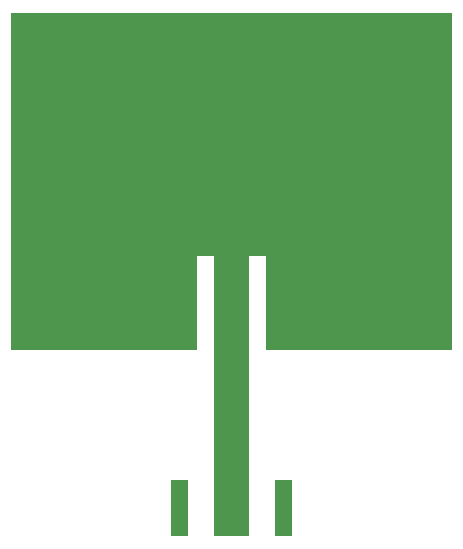
<source format=gtl>
G04 (created by PCBNEW (2013-jul-07)-stable) date dom 09 oct 2016 17:34:17 ART*
%MOIN*%
G04 Gerber Fmt 3.4, Leading zero omitted, Abs format*
%FSLAX34Y34*%
G01*
G70*
G90*
G04 APERTURE LIST*
%ADD10C,0.00590551*%
%ADD11C,0.0001*%
G04 APERTURE END LIST*
G54D10*
G54D11*
G36*
X39905Y-70888D02*
X39622Y-70888D01*
X39338Y-70888D01*
X39338Y-69955D01*
X39338Y-69021D01*
X39622Y-69021D01*
X39905Y-69021D01*
X39905Y-69955D01*
X39905Y-70888D01*
X39905Y-70888D01*
X39905Y-70888D01*
G37*
G36*
X48705Y-64688D02*
X45605Y-64688D01*
X42505Y-64688D01*
X42505Y-63121D01*
X42505Y-61555D01*
X42222Y-61555D01*
X41938Y-61555D01*
X41938Y-66221D01*
X41938Y-70888D01*
X41355Y-70888D01*
X40772Y-70888D01*
X40772Y-66221D01*
X40772Y-61555D01*
X40488Y-61555D01*
X40205Y-61555D01*
X40205Y-63121D01*
X40205Y-64688D01*
X37105Y-64688D01*
X34005Y-64688D01*
X34005Y-59071D01*
X34005Y-53455D01*
X41355Y-53455D01*
X48705Y-53455D01*
X48705Y-59071D01*
X48705Y-64688D01*
X48705Y-64688D01*
X48705Y-64688D01*
G37*
G36*
X43372Y-70888D02*
X43088Y-70888D01*
X42805Y-70888D01*
X42805Y-69955D01*
X42805Y-69021D01*
X43088Y-69021D01*
X43372Y-69021D01*
X43372Y-69955D01*
X43372Y-70888D01*
X43372Y-70888D01*
X43372Y-70888D01*
G37*
M02*

</source>
